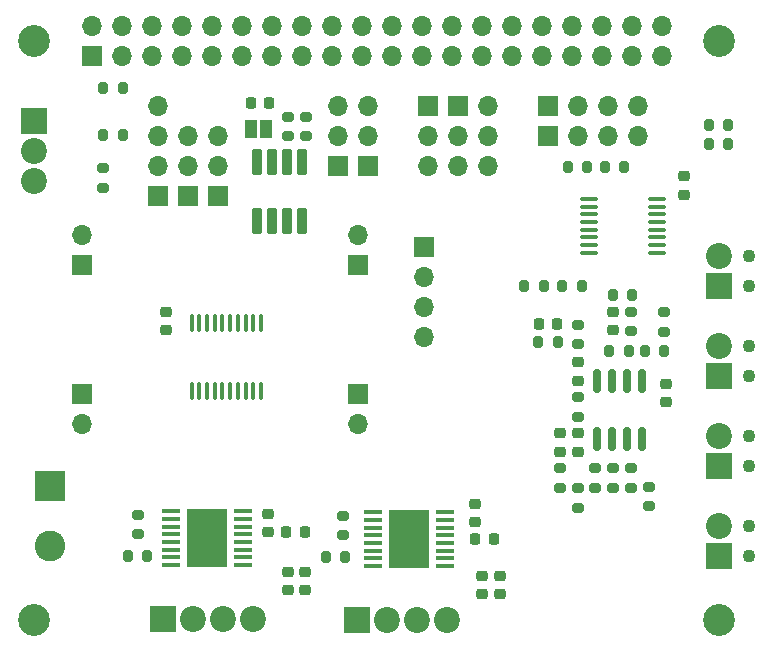
<source format=gts>
%TF.GenerationSoftware,KiCad,Pcbnew,9.0.0*%
%TF.CreationDate,2025-04-25T21:38:16-04:00*%
%TF.ProjectId,OSTR_hat,4f535452-5f68-4617-942e-6b696361645f,2b*%
%TF.SameCoordinates,Original*%
%TF.FileFunction,Soldermask,Top*%
%TF.FilePolarity,Negative*%
%FSLAX46Y46*%
G04 Gerber Fmt 4.6, Leading zero omitted, Abs format (unit mm)*
G04 Created by KiCad (PCBNEW 9.0.0) date 2025-04-25 21:38:16*
%MOMM*%
%LPD*%
G01*
G04 APERTURE LIST*
G04 Aperture macros list*
%AMRoundRect*
0 Rectangle with rounded corners*
0 $1 Rounding radius*
0 $2 $3 $4 $5 $6 $7 $8 $9 X,Y pos of 4 corners*
0 Add a 4 corners polygon primitive as box body*
4,1,4,$2,$3,$4,$5,$6,$7,$8,$9,$2,$3,0*
0 Add four circle primitives for the rounded corners*
1,1,$1+$1,$2,$3*
1,1,$1+$1,$4,$5*
1,1,$1+$1,$6,$7*
1,1,$1+$1,$8,$9*
0 Add four rect primitives between the rounded corners*
20,1,$1+$1,$2,$3,$4,$5,0*
20,1,$1+$1,$4,$5,$6,$7,0*
20,1,$1+$1,$6,$7,$8,$9,0*
20,1,$1+$1,$8,$9,$2,$3,0*%
G04 Aperture macros list end*
%ADD10C,0.000000*%
%ADD11RoundRect,0.200000X-0.200000X-0.275000X0.200000X-0.275000X0.200000X0.275000X-0.200000X0.275000X0*%
%ADD12R,1.700000X1.700000*%
%ADD13O,1.700000X1.700000*%
%ADD14R,2.200000X2.200000*%
%ADD15C,2.200000*%
%ADD16C,2.700000*%
%ADD17RoundRect,0.225000X0.225000X0.250000X-0.225000X0.250000X-0.225000X-0.250000X0.225000X-0.250000X0*%
%ADD18RoundRect,0.200000X-0.275000X0.200000X-0.275000X-0.200000X0.275000X-0.200000X0.275000X0.200000X0*%
%ADD19C,1.100000*%
%ADD20RoundRect,0.200000X0.275000X-0.200000X0.275000X0.200000X-0.275000X0.200000X-0.275000X-0.200000X0*%
%ADD21RoundRect,0.225000X-0.250000X0.225000X-0.250000X-0.225000X0.250000X-0.225000X0.250000X0.225000X0*%
%ADD22RoundRect,0.225000X0.250000X-0.225000X0.250000X0.225000X-0.250000X0.225000X-0.250000X-0.225000X0*%
%ADD23RoundRect,0.225000X-0.225000X-0.250000X0.225000X-0.250000X0.225000X0.250000X-0.225000X0.250000X0*%
%ADD24RoundRect,0.100000X0.100000X-0.637500X0.100000X0.637500X-0.100000X0.637500X-0.100000X-0.637500X0*%
%ADD25R,1.000000X1.500000*%
%ADD26RoundRect,0.200000X0.200000X0.275000X-0.200000X0.275000X-0.200000X-0.275000X0.200000X-0.275000X0*%
%ADD27RoundRect,0.100000X-0.637500X-0.100000X0.637500X-0.100000X0.637500X0.100000X-0.637500X0.100000X0*%
%ADD28R,1.599999X0.449999*%
%ADD29C,0.499999*%
%ADD30R,3.400001X5.000000*%
%ADD31R,2.600000X2.600000*%
%ADD32C,2.600000*%
%ADD33RoundRect,0.102000X0.279400X-0.990600X0.279400X0.990600X-0.279400X0.990600X-0.279400X-0.990600X0*%
%ADD34RoundRect,0.150000X0.150000X-0.825000X0.150000X0.825000X-0.150000X0.825000X-0.150000X-0.825000X0*%
G04 APERTURE END LIST*
D10*
G36*
X95455399Y-130051944D02*
G01*
X95464629Y-130054743D01*
X95473133Y-130059289D01*
X95480591Y-130065408D01*
X95486710Y-130072866D01*
X95491256Y-130081370D01*
X95494055Y-130090600D01*
X95495000Y-130100199D01*
X95495000Y-133551799D01*
X95494055Y-133561398D01*
X95491256Y-133570628D01*
X95486710Y-133579132D01*
X95480591Y-133586590D01*
X95473133Y-133592709D01*
X95464629Y-133597255D01*
X95455399Y-133600054D01*
X95445800Y-133600999D01*
X93084200Y-133600999D01*
X93074601Y-133600054D01*
X93065371Y-133597255D01*
X93056867Y-133592709D01*
X93049409Y-133586590D01*
X93043290Y-133579132D01*
X93038744Y-133570628D01*
X93035945Y-133561398D01*
X93035000Y-133551799D01*
X93035000Y-130100199D01*
X93035945Y-130090600D01*
X93038744Y-130081370D01*
X93043290Y-130072866D01*
X93049409Y-130065408D01*
X93056867Y-130059289D01*
X93065371Y-130054743D01*
X93074601Y-130051944D01*
X93084200Y-130050999D01*
X95445800Y-130050999D01*
X95455399Y-130051944D01*
G37*
G36*
X112548733Y-130145837D02*
G01*
X112557963Y-130148636D01*
X112566467Y-130153182D01*
X112573925Y-130159301D01*
X112580044Y-130166759D01*
X112584590Y-130175263D01*
X112587389Y-130184493D01*
X112588334Y-130194092D01*
X112588334Y-133645692D01*
X112587389Y-133655291D01*
X112584590Y-133664521D01*
X112580044Y-133673025D01*
X112573925Y-133680483D01*
X112566467Y-133686602D01*
X112557963Y-133691148D01*
X112548733Y-133693947D01*
X112539134Y-133694892D01*
X110177534Y-133694892D01*
X110167935Y-133693947D01*
X110158705Y-133691148D01*
X110150201Y-133686602D01*
X110142743Y-133680483D01*
X110136624Y-133673025D01*
X110132078Y-133664521D01*
X110129279Y-133655291D01*
X110128334Y-133645692D01*
X110128334Y-130194092D01*
X110129279Y-130184493D01*
X110132078Y-130175263D01*
X110136624Y-130166759D01*
X110142743Y-130159301D01*
X110150201Y-130153182D01*
X110158705Y-130148636D01*
X110167935Y-130145837D01*
X110177534Y-130144892D01*
X112539134Y-130144892D01*
X112548733Y-130145837D01*
G37*
D11*
X124325000Y-110475000D03*
X125975000Y-110475000D03*
D12*
X107018000Y-108725000D03*
D13*
X107018000Y-106185000D03*
D14*
X79650000Y-96505000D03*
D15*
X79650000Y-99045000D03*
X79650000Y-101585000D03*
D16*
X137650000Y-89725000D03*
D17*
X118525000Y-131925000D03*
X116975000Y-131925000D03*
D18*
X131650000Y-127500000D03*
X131650000Y-129150000D03*
D11*
X85485000Y-97725000D03*
X87135000Y-97725000D03*
D12*
X107018000Y-119647000D03*
D13*
X107018000Y-122187000D03*
D14*
X106935000Y-138771893D03*
D15*
X109475000Y-138771893D03*
X112015000Y-138771893D03*
X114555000Y-138771893D03*
D19*
X140190000Y-110480000D03*
X140190000Y-107940000D03*
D14*
X137650000Y-110480000D03*
D15*
X137650000Y-107940000D03*
D20*
X127150000Y-127550000D03*
X127150000Y-125900000D03*
D21*
X90820000Y-112700000D03*
X90820000Y-114250000D03*
D22*
X128650000Y-114250000D03*
X128650000Y-112700000D03*
D19*
X140190000Y-125720000D03*
X140190000Y-123180000D03*
D14*
X137650000Y-125720000D03*
D15*
X137650000Y-123180000D03*
D11*
X136725000Y-98425000D03*
X138375000Y-98425000D03*
D12*
X95200000Y-102840000D03*
D13*
X95200000Y-100300000D03*
X95200000Y-97760000D03*
D12*
X90120000Y-102845000D03*
D13*
X90120000Y-100305000D03*
X90120000Y-97765000D03*
X90120000Y-95225000D03*
D12*
X123140000Y-97775000D03*
D13*
X125680000Y-97775000D03*
X128220000Y-97775000D03*
X130760000Y-97775000D03*
D12*
X83650000Y-119647000D03*
D13*
X83650000Y-122187000D03*
D23*
X97975000Y-95025000D03*
X99525000Y-95025000D03*
D18*
X105750000Y-129950000D03*
X105750000Y-131600000D03*
D24*
X92975000Y-119337500D03*
X93625000Y-119337500D03*
X94275000Y-119337500D03*
X94925000Y-119337500D03*
X95575000Y-119337500D03*
X96225000Y-119337500D03*
X96875000Y-119337500D03*
X97525000Y-119337500D03*
X98175000Y-119337500D03*
X98825000Y-119337500D03*
X98825000Y-113612500D03*
X98175000Y-113612500D03*
X97525000Y-113612500D03*
X96875000Y-113612500D03*
X96225000Y-113612500D03*
X95575000Y-113612500D03*
X94925000Y-113612500D03*
X94275000Y-113612500D03*
X93625000Y-113612500D03*
X92975000Y-113612500D03*
D22*
X116950000Y-130450000D03*
X116950000Y-128900000D03*
D14*
X90535000Y-138679000D03*
D15*
X93075000Y-138679000D03*
X95615000Y-138679000D03*
X98155000Y-138679000D03*
D18*
X88450000Y-129850000D03*
X88450000Y-131500000D03*
X85421000Y-100506000D03*
X85421000Y-102156000D03*
D19*
X140190000Y-118095000D03*
X140190000Y-115555000D03*
D14*
X137650000Y-118095000D03*
D15*
X137650000Y-115555000D03*
D21*
X125650000Y-116950000D03*
X125650000Y-118500000D03*
X102600000Y-134700000D03*
X102600000Y-136250000D03*
D22*
X99455002Y-131304001D03*
X99455002Y-129754001D03*
D12*
X107900000Y-100300000D03*
D13*
X107900000Y-97760000D03*
X107900000Y-95220000D03*
D20*
X130150000Y-114300000D03*
X130150000Y-112650000D03*
D18*
X101150000Y-96150000D03*
X101150000Y-97800000D03*
D12*
X115520000Y-95235000D03*
D13*
X118060000Y-95235000D03*
X115520000Y-97775000D03*
X118060000Y-97775000D03*
X115520000Y-100315000D03*
X118060000Y-100315000D03*
D25*
X99300000Y-97225000D03*
X98000000Y-97225000D03*
D26*
X132975000Y-115975000D03*
X131325000Y-115975000D03*
D20*
X125650000Y-115395000D03*
X125650000Y-113745000D03*
D11*
X85485000Y-93725000D03*
X87135000Y-93725000D03*
D19*
X140190000Y-133340000D03*
X140190000Y-130800000D03*
D14*
X137650000Y-133340000D03*
D15*
X137650000Y-130800000D03*
D16*
X79650000Y-138725000D03*
D27*
X126627500Y-103120000D03*
X126627500Y-103770000D03*
X126627500Y-104420000D03*
X126627500Y-105070000D03*
X126627500Y-105720000D03*
X126627500Y-106370000D03*
X126627500Y-107020000D03*
X126627500Y-107670000D03*
X132352500Y-107670000D03*
X132352500Y-107020000D03*
X132352500Y-106370000D03*
X132352500Y-105720000D03*
X132352500Y-105070000D03*
X132352500Y-104420000D03*
X132352500Y-103770000D03*
X132352500Y-103120000D03*
D22*
X133120000Y-120310000D03*
X133120000Y-118760000D03*
D16*
X79650000Y-89725000D03*
D28*
X91215001Y-129551000D03*
X91215001Y-130201001D03*
X91215001Y-130851000D03*
X91215001Y-131501001D03*
X91215001Y-132151000D03*
X91215001Y-132801001D03*
X91215001Y-133451000D03*
X91215001Y-134101001D03*
X97315002Y-134101001D03*
X97315002Y-133451000D03*
X97315002Y-132801001D03*
X97315002Y-132151000D03*
X97315002Y-131501001D03*
X97315002Y-130851000D03*
X97315002Y-130201001D03*
X97315002Y-129551000D03*
D29*
X92915000Y-129925998D03*
X92915000Y-130875998D03*
X92915000Y-131825999D03*
X92915000Y-132776000D03*
X92915000Y-133726000D03*
X94265000Y-129925998D03*
X94265000Y-130875998D03*
X94265000Y-131825999D03*
X94265000Y-132776000D03*
X94265000Y-133726000D03*
D30*
X94290400Y-131825999D03*
D29*
X95615000Y-129925998D03*
X95615000Y-130875998D03*
X95615000Y-131825999D03*
X95615000Y-132776000D03*
X95615000Y-133726000D03*
D21*
X117550000Y-135000000D03*
X117550000Y-136550000D03*
D20*
X125650000Y-121550000D03*
X125650000Y-119900000D03*
D11*
X128625000Y-111225000D03*
X130275000Y-111225000D03*
D12*
X112650000Y-107185000D03*
D13*
X112650000Y-109725000D03*
X112650000Y-112265000D03*
X112650000Y-114805000D03*
D22*
X125650000Y-124500000D03*
X125650000Y-122950000D03*
D12*
X112985000Y-95235000D03*
D13*
X112985000Y-97775000D03*
X112985000Y-100315000D03*
D31*
X80945000Y-127430000D03*
D32*
X80945000Y-132510000D03*
D20*
X130150000Y-127550000D03*
X130150000Y-125900000D03*
D26*
X126475000Y-100425000D03*
X124825000Y-100425000D03*
D22*
X134650000Y-102750000D03*
X134650000Y-101200000D03*
D11*
X136725000Y-96825000D03*
X138375000Y-96825000D03*
D17*
X102525000Y-131325000D03*
X100975000Y-131325000D03*
D18*
X128650000Y-125900000D03*
X128650000Y-127550000D03*
X102650000Y-96150000D03*
X102650000Y-97800000D03*
D12*
X83650000Y-108725000D03*
D13*
X83650000Y-106185000D03*
D20*
X132950000Y-114350000D03*
X132950000Y-112700000D03*
D33*
X98495000Y-104938800D03*
X99765000Y-104938800D03*
X101035000Y-104938800D03*
X102305000Y-104938800D03*
X102305000Y-100011200D03*
X101035000Y-100011200D03*
X99765000Y-100011200D03*
X98495000Y-100011200D03*
D16*
X137650000Y-138725000D03*
D11*
X121120000Y-110475000D03*
X122770000Y-110475000D03*
D12*
X123140000Y-95235000D03*
D13*
X125680000Y-95235000D03*
X128220000Y-95235000D03*
X130760000Y-95235000D03*
D12*
X92660000Y-102840000D03*
D13*
X92660000Y-100300000D03*
X92660000Y-97760000D03*
D28*
X108308335Y-129644893D03*
X108308335Y-130294894D03*
X108308335Y-130944893D03*
X108308335Y-131594894D03*
X108308335Y-132244893D03*
X108308335Y-132894894D03*
X108308335Y-133544893D03*
X108308335Y-134194894D03*
X114408336Y-134194894D03*
X114408336Y-133544893D03*
X114408336Y-132894894D03*
X114408336Y-132244893D03*
X114408336Y-131594894D03*
X114408336Y-130944893D03*
X114408336Y-130294894D03*
X114408336Y-129644893D03*
D29*
X110008334Y-130019891D03*
X110008334Y-130969891D03*
X110008334Y-131919892D03*
X110008334Y-132869893D03*
X110008334Y-133819893D03*
X111358334Y-130019891D03*
X111358334Y-130969891D03*
X111358334Y-131919892D03*
X111358334Y-132869893D03*
X111358334Y-133819893D03*
D30*
X111383734Y-131919892D03*
D29*
X112708334Y-130019891D03*
X112708334Y-130969891D03*
X112708334Y-131919892D03*
X112708334Y-132869893D03*
X112708334Y-133819893D03*
D12*
X105355000Y-100300000D03*
D13*
X105355000Y-97760000D03*
X105355000Y-95220000D03*
D26*
X123975000Y-115225000D03*
X122325000Y-115225000D03*
D17*
X123925000Y-113725000D03*
X122375000Y-113725000D03*
D21*
X124150000Y-122950000D03*
X124150000Y-124500000D03*
D11*
X127925000Y-100425000D03*
X129575000Y-100425000D03*
D21*
X101100000Y-134700000D03*
X101100000Y-136250000D03*
D26*
X89225000Y-133375000D03*
X87575000Y-133375000D03*
X105975000Y-133425000D03*
X104325000Y-133425000D03*
D11*
X128325000Y-115975000D03*
X129975000Y-115975000D03*
D21*
X119100000Y-135000000D03*
X119100000Y-136550000D03*
D18*
X124150000Y-125900000D03*
X124150000Y-127550000D03*
X125650000Y-127600000D03*
X125650000Y-129250000D03*
D34*
X127245000Y-123450000D03*
X128515000Y-123450000D03*
X129785000Y-123450000D03*
X131055000Y-123450000D03*
X131055000Y-118500000D03*
X129785000Y-118500000D03*
X128515000Y-118500000D03*
X127245000Y-118500000D03*
D12*
X84520000Y-90995000D03*
D13*
X84520000Y-88455000D03*
X87060000Y-90995000D03*
X87060000Y-88455000D03*
X89600000Y-90995000D03*
X89600000Y-88455000D03*
X92140000Y-90995000D03*
X92140000Y-88455000D03*
X94680000Y-90995000D03*
X94680000Y-88455000D03*
X97220000Y-90995000D03*
X97220000Y-88455000D03*
X99760000Y-90995000D03*
X99760000Y-88455000D03*
X102300000Y-90995000D03*
X102300000Y-88455000D03*
X104840000Y-90995000D03*
X104840000Y-88455000D03*
X107380000Y-90995000D03*
X107380000Y-88455000D03*
X109920000Y-90995000D03*
X109920000Y-88455000D03*
X112460000Y-90995000D03*
X112460000Y-88455000D03*
X115000000Y-90995000D03*
X115000000Y-88455000D03*
X117540000Y-90995000D03*
X117540000Y-88455000D03*
X120080000Y-90995000D03*
X120080000Y-88455000D03*
X122620000Y-90995000D03*
X122620000Y-88455000D03*
X125160000Y-90995000D03*
X125160000Y-88455000D03*
X127700000Y-90995000D03*
X127700000Y-88455000D03*
X130240000Y-90995000D03*
X130240000Y-88455000D03*
X132780000Y-90995000D03*
X132780000Y-88455000D03*
M02*

</source>
